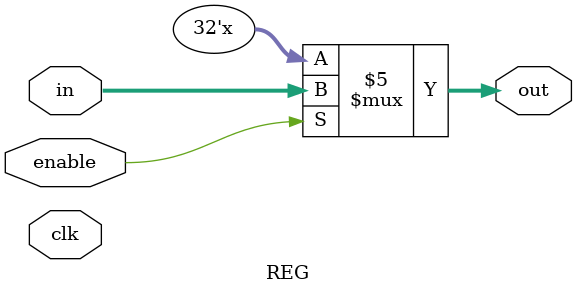
<source format=v>
module REG(
    input enable,clk,
    input[31:0] in,
    output reg[31:0] out
);
    initial begin
      out = 32'd0;
    end
    always@(clk)begin
      if(enable==1)
        out = in;
    end

endmodule
</source>
